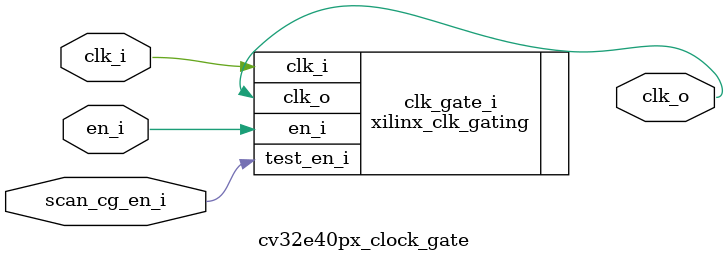
<source format=sv>

module cv32e40px_clock_gate (
    input  logic clk_i,
    input  logic en_i,
    input  logic scan_cg_en_i,
    output logic clk_o
);

  xilinx_clk_gating clk_gate_i (
      .clk_i,
      .en_i,
      .test_en_i(scan_cg_en_i),
      .clk_o
  );

endmodule  // cv32e40p_clock_gate

</source>
